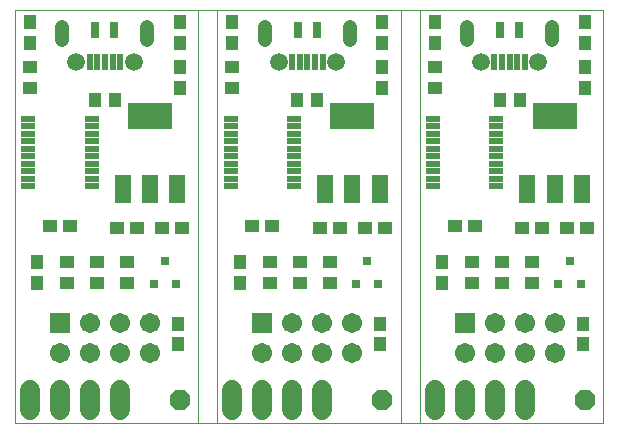
<source format=gts>
G75*
G70*
%OFA0B0*%
%FSLAX25Y25*%
%IPPOS*%
%LPD*%
%AMOC8*
5,1,8,0,0,1.08239X$1,22.5*
%
%ADD102R,0.04730X0.04340*%
%ADD106R,0.02760X0.05710*%
%ADD18R,0.04900X0.01900*%
%ADD25C,0.04770*%
%ADD31R,0.01970X0.05320*%
%ADD40R,0.06740X0.06740*%
%ADD41OC8,0.06800*%
%ADD47C,0.06740*%
%ADD48R,0.14570X0.09060*%
%ADD50R,0.04340X0.04730*%
%ADD56R,0.02760X0.03160*%
%ADD59C,0.06800*%
%ADD66R,0.05200X0.09200*%
%ADD81C,0.00000*%
%ADD85C,0.05950*%
X0010000Y0010000D02*
G75*
%LPD*%
D81*
X0010000Y0010000D02*
X0010000Y0147460D01*
X0071200Y0147460D01*
X0071200Y0010000D01*
X0010000Y0010000D01*
X0024840Y0138050D02*
X0024840Y0141200D01*
X0024850Y0141200D02*
X0024860Y0141370D01*
X0024910Y0141540D01*
X0024980Y0141690D01*
X0025080Y0141830D01*
X0025200Y0141950D01*
X0025340Y0142050D01*
X0025490Y0142120D01*
X0025660Y0142170D01*
X0025830Y0142180D01*
X0026000Y0142170D01*
X0026170Y0142120D01*
X0026320Y0142050D01*
X0026460Y0141950D01*
X0026580Y0141830D01*
X0026680Y0141690D01*
X0026750Y0141540D01*
X0026800Y0141370D01*
X0026810Y0141200D01*
X0026810Y0138050D01*
X0025830Y0137070D02*
X0025660Y0137080D01*
X0025490Y0137130D01*
X0025340Y0137200D01*
X0025200Y0137300D01*
X0025080Y0137420D01*
X0024980Y0137560D01*
X0024910Y0137710D01*
X0024860Y0137880D01*
X0024850Y0138050D01*
X0025830Y0137070D02*
X0026000Y0137080D01*
X0026170Y0137130D01*
X0026320Y0137200D01*
X0026460Y0137300D01*
X0026580Y0137420D01*
X0026680Y0137560D01*
X0026750Y0137710D01*
X0026800Y0137880D01*
X0026810Y0138050D01*
X0053190Y0138050D02*
X0053190Y0141200D01*
X0053200Y0141370D01*
X0053250Y0141540D01*
X0053320Y0141690D01*
X0053420Y0141830D01*
X0053540Y0141950D01*
X0053680Y0142050D01*
X0053830Y0142120D01*
X0054000Y0142170D01*
X0054170Y0142180D01*
X0054340Y0142170D01*
X0054510Y0142120D01*
X0054660Y0142050D01*
X0054800Y0141950D01*
X0054920Y0141830D01*
X0055020Y0141690D01*
X0055090Y0141540D01*
X0055140Y0141370D01*
X0055150Y0141200D01*
X0055160Y0141200D02*
X0055160Y0138050D01*
X0054170Y0137070D02*
X0054000Y0137080D01*
X0053830Y0137130D01*
X0053680Y0137200D01*
X0053540Y0137300D01*
X0053420Y0137420D01*
X0053320Y0137560D01*
X0053250Y0137710D01*
X0053200Y0137880D01*
X0053190Y0138050D01*
X0054170Y0137070D02*
X0054340Y0137080D01*
X0054510Y0137130D01*
X0054660Y0137200D01*
X0054800Y0137300D01*
X0054920Y0137420D01*
X0055020Y0137560D01*
X0055090Y0137710D01*
X0055140Y0137880D01*
X0055150Y0138050D01*
D102*
X0059150Y0075000D03*
X0065850Y0075000D03*
X0050850Y0075000D03*
X0044150Y0075000D03*
X0047500Y0063350D03*
X0047500Y0056650D03*
X0037500Y0056650D03*
X0037500Y0063350D03*
X0028350Y0075630D03*
X0021650Y0075630D03*
X0027500Y0063350D03*
X0027500Y0056650D03*
X0015000Y0121650D03*
X0015000Y0128350D03*
D50*
X0015000Y0136650D03*
X0015000Y0143350D03*
X0036650Y0117500D03*
X0043350Y0117500D03*
X0065000Y0121650D03*
X0065000Y0128350D03*
X0065000Y0136650D03*
X0065000Y0143350D03*
X0017500Y0063350D03*
X0017500Y0056650D03*
X0064380Y0042720D03*
X0064380Y0036030D03*
D18*
X0035550Y0088750D03*
X0035550Y0091250D03*
X0035550Y0093750D03*
X0035550Y0096250D03*
X0035550Y0098750D03*
X0035550Y0101250D03*
X0035550Y0103750D03*
X0035550Y0106250D03*
X0035550Y0108750D03*
X0035550Y0111250D03*
X0014450Y0111250D03*
X0014450Y0108750D03*
X0014450Y0106250D03*
X0014450Y0103750D03*
X0014450Y0101250D03*
X0014450Y0098750D03*
X0014450Y0096250D03*
X0014450Y0093750D03*
X0014450Y0091250D03*
X0014450Y0088750D03*
D40*
X0025000Y0043130D03*
D47*
X0025000Y0033130D03*
X0035000Y0033130D03*
X0035000Y0043130D03*
X0045000Y0043130D03*
X0045000Y0033130D03*
X0055000Y0033130D03*
X0055000Y0043130D03*
D56*
X0056260Y0056060D03*
X0060000Y0063940D03*
X0063740Y0056060D03*
D59*
X0045000Y0020700D02*
X0045000Y0014300D01*
X0035000Y0014300D02*
X0035000Y0020700D01*
X0025000Y0020700D02*
X0025000Y0014300D01*
X0015000Y0014300D02*
X0015000Y0020700D01*
D41*
X0065000Y0017500D03*
D66*
X0064100Y0087800D03*
X0055000Y0087800D03*
X0045900Y0087800D03*
D48*
X0055000Y0112200D03*
D106*
X0043150Y0140810D03*
X0036850Y0140810D03*
D31*
X0037440Y0130280D03*
X0040000Y0130280D03*
X0042560Y0130280D03*
X0045120Y0130280D03*
X0034880Y0130280D03*
D85*
X0030450Y0130180D03*
X0049550Y0130180D03*
D25*
X0054170Y0137440D02*
X0054170Y0141810D01*
X0025830Y0141810D02*
X0025830Y0137440D01*
X0077450Y0010000D02*
G75*
%LPD*%
D81*
X0077450Y0010000D02*
X0077450Y0147460D01*
X0138650Y0147460D01*
X0138650Y0010000D01*
X0077450Y0010000D01*
X0092290Y0138050D02*
X0092290Y0141200D01*
X0092300Y0141200D02*
X0092310Y0141370D01*
X0092360Y0141540D01*
X0092430Y0141690D01*
X0092530Y0141830D01*
X0092650Y0141950D01*
X0092790Y0142050D01*
X0092940Y0142120D01*
X0093110Y0142170D01*
X0093280Y0142180D01*
X0093450Y0142170D01*
X0093620Y0142120D01*
X0093770Y0142050D01*
X0093910Y0141950D01*
X0094030Y0141830D01*
X0094130Y0141690D01*
X0094200Y0141540D01*
X0094250Y0141370D01*
X0094260Y0141200D01*
X0094260Y0138050D01*
X0093280Y0137070D02*
X0093110Y0137080D01*
X0092940Y0137130D01*
X0092790Y0137200D01*
X0092650Y0137300D01*
X0092530Y0137420D01*
X0092430Y0137560D01*
X0092360Y0137710D01*
X0092310Y0137880D01*
X0092300Y0138050D01*
X0093280Y0137070D02*
X0093450Y0137080D01*
X0093620Y0137130D01*
X0093770Y0137200D01*
X0093910Y0137300D01*
X0094030Y0137420D01*
X0094130Y0137560D01*
X0094200Y0137710D01*
X0094250Y0137880D01*
X0094260Y0138050D01*
X0120640Y0138050D02*
X0120640Y0141200D01*
X0120650Y0141370D01*
X0120700Y0141540D01*
X0120770Y0141690D01*
X0120870Y0141830D01*
X0120990Y0141950D01*
X0121130Y0142050D01*
X0121280Y0142120D01*
X0121450Y0142170D01*
X0121620Y0142180D01*
X0121790Y0142170D01*
X0121960Y0142120D01*
X0122110Y0142050D01*
X0122250Y0141950D01*
X0122370Y0141830D01*
X0122470Y0141690D01*
X0122540Y0141540D01*
X0122590Y0141370D01*
X0122600Y0141200D01*
X0122610Y0141200D02*
X0122610Y0138050D01*
X0121620Y0137070D02*
X0121450Y0137080D01*
X0121280Y0137130D01*
X0121130Y0137200D01*
X0120990Y0137300D01*
X0120870Y0137420D01*
X0120770Y0137560D01*
X0120700Y0137710D01*
X0120650Y0137880D01*
X0120640Y0138050D01*
X0121620Y0137070D02*
X0121790Y0137080D01*
X0121960Y0137130D01*
X0122110Y0137200D01*
X0122250Y0137300D01*
X0122370Y0137420D01*
X0122470Y0137560D01*
X0122540Y0137710D01*
X0122590Y0137880D01*
X0122600Y0138050D01*
D102*
X0126600Y0075000D03*
X0133300Y0075000D03*
X0118300Y0075000D03*
X0111600Y0075000D03*
X0114950Y0063350D03*
X0114950Y0056650D03*
X0104950Y0056650D03*
X0104950Y0063350D03*
X0095800Y0075630D03*
X0089100Y0075630D03*
X0094950Y0063350D03*
X0094950Y0056650D03*
X0082450Y0121650D03*
X0082450Y0128350D03*
D50*
X0082450Y0136650D03*
X0082450Y0143350D03*
X0104100Y0117500D03*
X0110800Y0117500D03*
X0132450Y0121650D03*
X0132450Y0128350D03*
X0132450Y0136650D03*
X0132450Y0143350D03*
X0084950Y0063350D03*
X0084950Y0056650D03*
X0131830Y0042720D03*
X0131830Y0036030D03*
D18*
X0103000Y0088750D03*
X0103000Y0091250D03*
X0103000Y0093750D03*
X0103000Y0096250D03*
X0103000Y0098750D03*
X0103000Y0101250D03*
X0103000Y0103750D03*
X0103000Y0106250D03*
X0103000Y0108750D03*
X0103000Y0111250D03*
X0081900Y0111250D03*
X0081900Y0108750D03*
X0081900Y0106250D03*
X0081900Y0103750D03*
X0081900Y0101250D03*
X0081900Y0098750D03*
X0081900Y0096250D03*
X0081900Y0093750D03*
X0081900Y0091250D03*
X0081900Y0088750D03*
D40*
X0092450Y0043130D03*
D47*
X0092450Y0033130D03*
X0102450Y0033130D03*
X0102450Y0043130D03*
X0112450Y0043130D03*
X0112450Y0033130D03*
X0122450Y0033130D03*
X0122450Y0043130D03*
D56*
X0123710Y0056060D03*
X0127450Y0063940D03*
X0131190Y0056060D03*
D59*
X0112450Y0020700D02*
X0112450Y0014300D01*
X0102450Y0014300D02*
X0102450Y0020700D01*
X0092450Y0020700D02*
X0092450Y0014300D01*
X0082450Y0014300D02*
X0082450Y0020700D01*
D41*
X0132450Y0017500D03*
D66*
X0131550Y0087800D03*
X0122450Y0087800D03*
X0113350Y0087800D03*
D48*
X0122450Y0112200D03*
D106*
X0110600Y0140810D03*
X0104300Y0140810D03*
D31*
X0104890Y0130280D03*
X0107450Y0130280D03*
X0110010Y0130280D03*
X0112570Y0130280D03*
X0102330Y0130280D03*
D85*
X0097900Y0130180D03*
X0117000Y0130180D03*
D25*
X0121620Y0137440D02*
X0121620Y0141810D01*
X0093280Y0141810D02*
X0093280Y0137440D01*
X0144900Y0010000D02*
G75*
%LPD*%
D81*
X0144900Y0010000D02*
X0144900Y0147460D01*
X0206100Y0147460D01*
X0206100Y0010000D01*
X0144900Y0010000D01*
X0159740Y0138050D02*
X0159740Y0141200D01*
X0159750Y0141200D02*
X0159760Y0141370D01*
X0159810Y0141540D01*
X0159880Y0141690D01*
X0159980Y0141830D01*
X0160100Y0141950D01*
X0160240Y0142050D01*
X0160390Y0142120D01*
X0160560Y0142170D01*
X0160730Y0142180D01*
X0160900Y0142170D01*
X0161070Y0142120D01*
X0161220Y0142050D01*
X0161360Y0141950D01*
X0161480Y0141830D01*
X0161580Y0141690D01*
X0161650Y0141540D01*
X0161700Y0141370D01*
X0161710Y0141200D01*
X0161710Y0138050D01*
X0160730Y0137070D02*
X0160560Y0137080D01*
X0160390Y0137130D01*
X0160240Y0137200D01*
X0160100Y0137300D01*
X0159980Y0137420D01*
X0159880Y0137560D01*
X0159810Y0137710D01*
X0159760Y0137880D01*
X0159750Y0138050D01*
X0160730Y0137070D02*
X0160900Y0137080D01*
X0161070Y0137130D01*
X0161220Y0137200D01*
X0161360Y0137300D01*
X0161480Y0137420D01*
X0161580Y0137560D01*
X0161650Y0137710D01*
X0161700Y0137880D01*
X0161710Y0138050D01*
X0188090Y0138050D02*
X0188090Y0141200D01*
X0188100Y0141370D01*
X0188150Y0141540D01*
X0188220Y0141690D01*
X0188320Y0141830D01*
X0188440Y0141950D01*
X0188580Y0142050D01*
X0188730Y0142120D01*
X0188900Y0142170D01*
X0189070Y0142180D01*
X0189240Y0142170D01*
X0189410Y0142120D01*
X0189560Y0142050D01*
X0189700Y0141950D01*
X0189820Y0141830D01*
X0189920Y0141690D01*
X0189990Y0141540D01*
X0190040Y0141370D01*
X0190050Y0141200D01*
X0190060Y0141200D02*
X0190060Y0138050D01*
X0189070Y0137070D02*
X0188900Y0137080D01*
X0188730Y0137130D01*
X0188580Y0137200D01*
X0188440Y0137300D01*
X0188320Y0137420D01*
X0188220Y0137560D01*
X0188150Y0137710D01*
X0188100Y0137880D01*
X0188090Y0138050D01*
X0189070Y0137070D02*
X0189240Y0137080D01*
X0189410Y0137130D01*
X0189560Y0137200D01*
X0189700Y0137300D01*
X0189820Y0137420D01*
X0189920Y0137560D01*
X0189990Y0137710D01*
X0190040Y0137880D01*
X0190050Y0138050D01*
D102*
X0194050Y0075000D03*
X0200750Y0075000D03*
X0185750Y0075000D03*
X0179050Y0075000D03*
X0182400Y0063350D03*
X0182400Y0056650D03*
X0172400Y0056650D03*
X0172400Y0063350D03*
X0163250Y0075630D03*
X0156550Y0075630D03*
X0162400Y0063350D03*
X0162400Y0056650D03*
X0149900Y0121650D03*
X0149900Y0128350D03*
D50*
X0149900Y0136650D03*
X0149900Y0143350D03*
X0171550Y0117500D03*
X0178250Y0117500D03*
X0199900Y0121650D03*
X0199900Y0128350D03*
X0199900Y0136650D03*
X0199900Y0143350D03*
X0152400Y0063350D03*
X0152400Y0056650D03*
X0199280Y0042720D03*
X0199280Y0036030D03*
D18*
X0170450Y0088750D03*
X0170450Y0091250D03*
X0170450Y0093750D03*
X0170450Y0096250D03*
X0170450Y0098750D03*
X0170450Y0101250D03*
X0170450Y0103750D03*
X0170450Y0106250D03*
X0170450Y0108750D03*
X0170450Y0111250D03*
X0149350Y0111250D03*
X0149350Y0108750D03*
X0149350Y0106250D03*
X0149350Y0103750D03*
X0149350Y0101250D03*
X0149350Y0098750D03*
X0149350Y0096250D03*
X0149350Y0093750D03*
X0149350Y0091250D03*
X0149350Y0088750D03*
D40*
X0159900Y0043130D03*
D47*
X0159900Y0033130D03*
X0169900Y0033130D03*
X0169900Y0043130D03*
X0179900Y0043130D03*
X0179900Y0033130D03*
X0189900Y0033130D03*
X0189900Y0043130D03*
D56*
X0191160Y0056060D03*
X0194900Y0063940D03*
X0198640Y0056060D03*
D59*
X0179900Y0020700D02*
X0179900Y0014300D01*
X0169900Y0014300D02*
X0169900Y0020700D01*
X0159900Y0020700D02*
X0159900Y0014300D01*
X0149900Y0014300D02*
X0149900Y0020700D01*
D41*
X0199900Y0017500D03*
D66*
X0199000Y0087800D03*
X0189900Y0087800D03*
X0180800Y0087800D03*
D48*
X0189900Y0112200D03*
D106*
X0178050Y0140810D03*
X0171750Y0140810D03*
D31*
X0172340Y0130280D03*
X0174900Y0130280D03*
X0177460Y0130280D03*
X0180020Y0130280D03*
X0169780Y0130280D03*
D85*
X0165350Y0130180D03*
X0184450Y0130180D03*
D25*
X0189070Y0137440D02*
X0189070Y0141810D01*
X0160730Y0141810D02*
X0160730Y0137440D01*
%ADD10C,0.00100*%
D10*
X0010000Y0010000D02*
X0010000Y0147460D01*
X0206100Y0147460D01*
X0206100Y0010000D01*
X0010000Y0010000D01*
M02*

</source>
